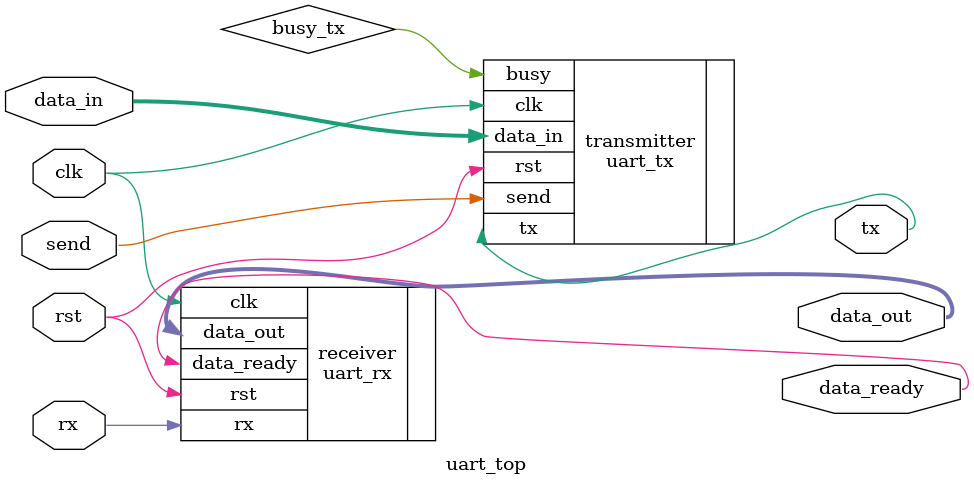
<source format=v>
module uart_top (
    input wire clk,              
    input wire rst,              
    input wire rx,               
    input wire [7:0] data_in,    
    input wire send,             
    output wire tx,              
    output wire [7:0] data_out,   
    output wire data_ready      
);
    wire busy_tx;                
    wire busy_rx;                

    uart_tx transmitter (
        .clk(clk),
        .rst(rst),
        .data_in(data_in),
        .send(send),
        .tx(tx),
        .busy(busy_tx)
    );

    uart_rx receiver (
        .clk(clk),
        .rst(rst),
        .rx(rx),
        .data_out(data_out),
        .data_ready(data_ready)
    );
endmodule

</source>
